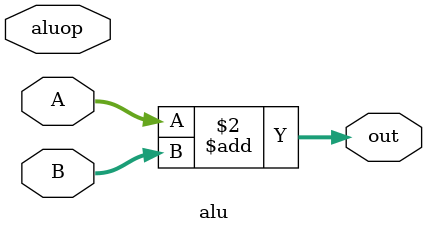
<source format=sv>
`timescale 1ns / 1ps
`default_nettype none
`include "opcode.svh"
`include "aluop.svh"

module alu(
   input  wire  [31:0] A,B,
   input  wire  [4:0] aluop,
   output logic [31:0] out
);

   // Implemente sua ALU aqui, e em seguida remova este comentário

   always @(*) out <= A + B;

endmodule

</source>
